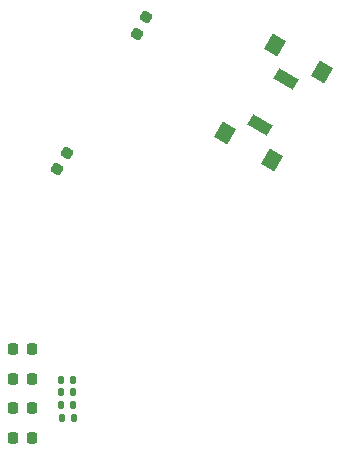
<source format=gbr>
%TF.GenerationSoftware,KiCad,Pcbnew,9.0.0*%
%TF.CreationDate,2025-07-27T15:36:47+02:00*%
%TF.ProjectId,PCK-ST1,50434b2d-5354-4312-9e6b-696361645f70,rev?*%
%TF.SameCoordinates,Original*%
%TF.FileFunction,Paste,Bot*%
%TF.FilePolarity,Positive*%
%FSLAX46Y46*%
G04 Gerber Fmt 4.6, Leading zero omitted, Abs format (unit mm)*
G04 Created by KiCad (PCBNEW 9.0.0) date 2025-07-27 15:36:47*
%MOMM*%
%LPD*%
G01*
G04 APERTURE LIST*
G04 Aperture macros list*
%AMRoundRect*
0 Rectangle with rounded corners*
0 $1 Rounding radius*
0 $2 $3 $4 $5 $6 $7 $8 $9 X,Y pos of 4 corners*
0 Add a 4 corners polygon primitive as box body*
4,1,4,$2,$3,$4,$5,$6,$7,$8,$9,$2,$3,0*
0 Add four circle primitives for the rounded corners*
1,1,$1+$1,$2,$3*
1,1,$1+$1,$4,$5*
1,1,$1+$1,$6,$7*
1,1,$1+$1,$8,$9*
0 Add four rect primitives between the rounded corners*
20,1,$1+$1,$2,$3,$4,$5,0*
20,1,$1+$1,$4,$5,$6,$7,0*
20,1,$1+$1,$6,$7,$8,$9,0*
20,1,$1+$1,$8,$9,$2,$3,0*%
%AMRotRect*
0 Rectangle, with rotation*
0 The origin of the aperture is its center*
0 $1 length*
0 $2 width*
0 $3 Rotation angle, in degrees counterclockwise*
0 Add horizontal line*
21,1,$1,$2,0,0,$3*%
G04 Aperture macros list end*
%ADD10RoundRect,0.135000X-0.135000X-0.185000X0.135000X-0.185000X0.135000X0.185000X-0.135000X0.185000X0*%
%ADD11RotRect,1.000000X1.900000X240.000000*%
%ADD12RotRect,1.300000X1.500000X150.000000*%
%ADD13RoundRect,0.218750X-0.218750X-0.256250X0.218750X-0.256250X0.218750X0.256250X-0.218750X0.256250X0*%
%ADD14RoundRect,0.218750X0.112544X-0.317568X0.331294X0.061318X-0.112544X0.317568X-0.331294X-0.061318X0*%
G04 APERTURE END LIST*
D10*
%TO.C,R56*%
X123035600Y-100990400D03*
X124055600Y-100990400D03*
%TD*%
%TO.C,R58*%
X123010200Y-98856800D03*
X124030200Y-98856800D03*
%TD*%
%TO.C,R55*%
X123059000Y-102057200D03*
X124079000Y-102057200D03*
%TD*%
D11*
%TO.C,S2*%
X139820590Y-77281957D03*
X142070590Y-73384843D03*
D12*
X136847033Y-77932309D03*
X140830750Y-80232309D03*
X145130750Y-72784491D03*
X141147033Y-70484491D03*
%TD*%
D10*
%TO.C,R57*%
X123010200Y-99923600D03*
X124030200Y-99923600D03*
%TD*%
D13*
%TO.C,D6*%
X118962500Y-103750000D03*
X120537500Y-103750000D03*
%TD*%
%TO.C,D8*%
X118962500Y-98750000D03*
X120537500Y-98750000D03*
%TD*%
D14*
%TO.C,D4*%
X129400250Y-69541395D03*
X130187750Y-68177405D03*
%TD*%
D13*
%TO.C,D7*%
X118962500Y-101250000D03*
X120537500Y-101250000D03*
%TD*%
%TO.C,D9*%
X118962500Y-96250000D03*
X120537500Y-96250000D03*
%TD*%
D14*
%TO.C,D5*%
X122694650Y-80996795D03*
X123482150Y-79632805D03*
%TD*%
M02*

</source>
